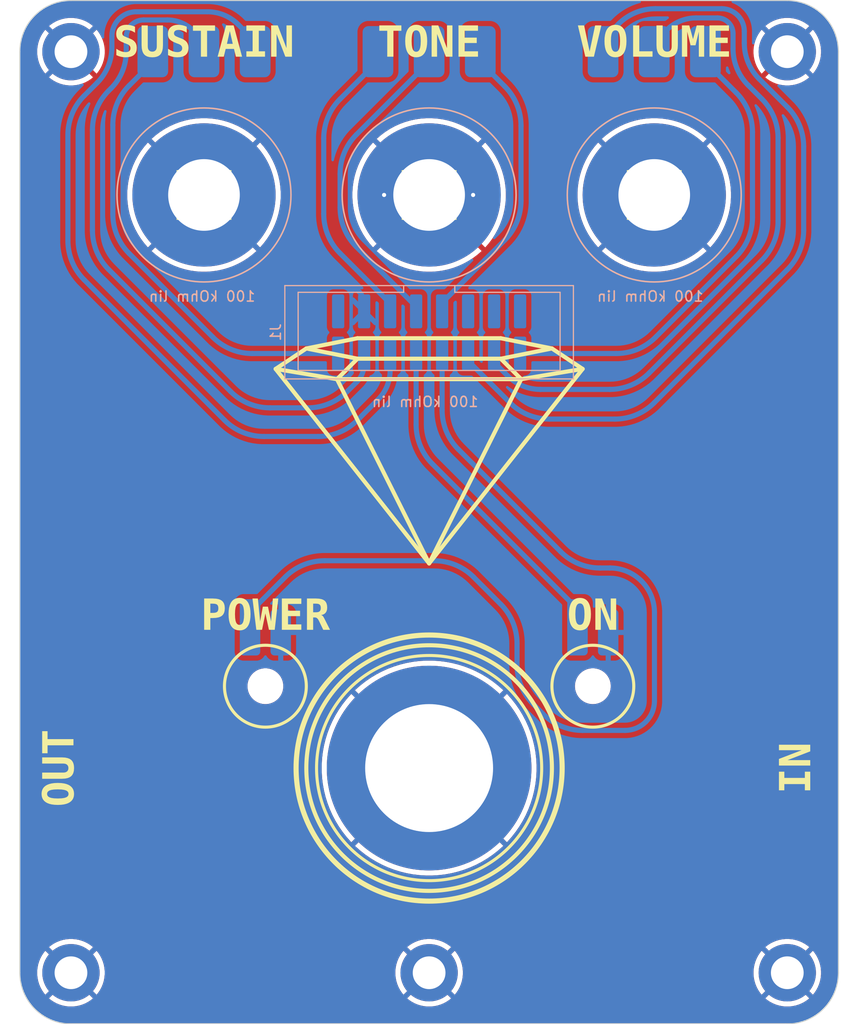
<source format=kicad_pcb>
(kicad_pcb (version 20241229) (generator "pcbnew") (generator_version "9.0")
  (layers (0 "F.Cu" signal) (2 "B.Cu" signal) (13 "F.Paste" user) (15 "B.Paste" user) (5 "F.SilkS" user "F.Silkscreen") (7 "B.SilkS" user "B.Silkscreen") (1 "F.Mask" user) (3 "B.Mask" user) (25 "Edge.Cuts" user))
  (net 0 "")
  (net 1 "0")
  (net 2 "Net-(J1B-Pin_5)")
  (net 4 "Net-(J1C-Pin_16)")
  (net 5 "Net-(J1A-Pin_6)")
  (net 6 "9V")
  (net 8 "Net-(J1A-Pin_2)")
  (net 9 "Net-(J1C-Pin_14)")
  (net 10 "Net-(J1C-Pin_12)")
  (net 11 "Net-(J1A-Pin_4)")
  (net 12 "Net-(D1-A)")
  (net 13 "Net-(J1B-Pin_9)")
  (net 14 "Net-(D2-A)")
  (net 15 "Net-(J1B-Pin_7)")
  (footprint "pedale:top_plate_pot" (layer "F.Cu") (at 90 69 180)
    (property "Reference" "RV2" (hide yes))
    (property "Value" "pot_gnd")
    (fp_line (start 2.62 -2.37) (end 2.62 2.37) (stroke (width 0.12)) (layer "F.SilkS"))
    (fp_line (start 2.06 -2.37) (end 2.62 -2.37) (stroke (width 0.12)) (layer "F.SilkS"))
    (fp_line (start 1.26 2.37) (end 2.62 2.37) (stroke (width 0.12)) (layer "F.SilkS"))
    (fp_line (start -0.24 -2.37) (end 0.24 -2.37) (stroke (width 0.12)) (layer "F.SilkS"))
    (fp_line (start -2.62 2.37) (end -1.26 2.37) (stroke (width 0.12)) (layer "F.SilkS"))
    (fp_line (start -2.62 -2.37) (end -2.06 -2.37) (stroke (width 0.12)) (layer "F.SilkS"))
    (fp_line (start -2.62 -2.37) (end -2.62 2.37) (stroke (width 0.12)) (layer "F.SilkS"))
    (fp_circle (center 0 0) (end 8.5 0) (stroke (width 0.15)) (fill no) (layer "B.SilkS"))
    (pad "1" smd roundrect (at -5 14 180) (size 3 5) (layers "B.Cu" "B.Mask" "B.Paste") (roundrect_rratio 0.1923076923) (net 13 "Net-(J1B-Pin_9)"))
    (pad "2" smd roundrect (at 0 14 180) (size 3 5) (layers "B.Cu" "B.Mask" "B.Paste") (roundrect_rratio 0.1923076923) (net 15 "Net-(J1B-Pin_7)"))
    (pad "3" smd roundrect (at 5 14 180) (size 3 5) (layers "B.Cu" "B.Mask" "B.Paste") (roundrect_rratio 0.1923076923) (net 2 "Net-(J1B-Pin_5)"))
    (pad "MH" thru_hole circle (at 0 0 180) (size 14 14) (drill 7) (layers "*.Cu" "*.Mask") (net 1 "0"))
  )
  (footprint "MountingHole:MountingHole_3.2mm_M3_DIN965_Pad_TopBottom" (layer "F.Cu") (at 55 145)
    (property "Reference" "H3" (hide yes))
    (property "Value" "MountingHole_Pad")
    (pad "1" thru_hole circle (at 0 0) (size 3.6 3.6) (drill 3.2) (layers "*.Cu" "*.Mask") (net 1 "0"))
    (pad "1" connect circle (at 0 0) (size 5.6 5.6) (layers "F.Cu" "F.Mask") (net 1 "0"))
    (pad "1" connect circle (at 0 0) (size 5.6 5.6) (layers "B.Cu" "B.Mask") (net 1 "0"))
  )
  (footprint "MountingHole:MountingHole_3.2mm_M3_DIN965_Pad_TopBottom" (layer "F.Cu") (at 125 145)
    (property "Reference" "H4" (hide yes))
    (property "Value" "MountingHole_Pad")
    (pad "1" thru_hole circle (at 0 0) (size 3.6 3.6) (drill 3.2) (layers "*.Cu" "*.Mask") (net 1 "0"))
    (pad "1" connect circle (at 0 0) (size 5.6 5.6) (layers "F.Cu" "F.Mask") (net 1 "0"))
    (pad "1" connect circle (at 0 0) (size 5.6 5.6) (layers "B.Cu" "B.Mask") (net 1 "0"))
  )
  (footprint "pedale:plated_switch_hole" (layer "F.Cu") (at 90 125)
    (property "Reference" "H8" (hide yes))
    (property "Value" "MountingHole_Pad")
    (pad "1" thru_hole circle (at 0 0) (size 20 20) (drill 12.5) (layers "*.Cu" "*.Mask") (net 1 "0"))
  )
  (footprint "MountingHole:MountingHole_3.2mm_M3_DIN965_Pad_TopBottom" (layer "F.Cu") (at 55 55)
    (property "Reference" "H1" (hide yes))
    (property "Value" "MountingHole_Pad")
    (pad "1" thru_hole circle (at 0 0) (size 3.6 3.6) (drill 3.2) (layers "*.Cu" "*.Mask") (net 1 "0"))
    (pad "1" connect circle (at 0 0) (size 5.6 5.6) (layers "F.Cu" "F.Mask") (net 1 "0"))
    (pad "1" connect circle (at 0 0) (size 5.6 5.6) (layers "B.Cu" "B.Mask") (net 1 "0"))
  )
  (footprint "pedale:top_plate_pot" (layer "F.Cu") (at 68 69 180)
    (property "Reference" "RV3" (hide yes))
    (property "Value" "pot_gnd")
    (fp_line (start 2.62 -2.37) (end 2.62 2.37) (stroke (width 0.12)) (layer "F.SilkS"))
    (fp_line (start 2.06 -2.37) (end 2.62 -2.37) (stroke (width 0.12)) (layer "F.SilkS"))
    (fp_line (start 1.26 2.37) (end 2.62 2.37) (stroke (width 0.12)) (layer "F.SilkS"))
    (fp_line (start -0.24 -2.37) (end 0.24 -2.37) (stroke (width 0.12)) (layer "F.SilkS"))
    (fp_line (start -2.62 2.37) (end -1.26 2.37) (stroke (width 0.12)) (layer "F.SilkS"))
    (fp_line (start -2.62 -2.37) (end -2.06 -2.37) (stroke (width 0.12)) (layer "F.SilkS"))
    (fp_line (start -2.62 -2.37) (end -2.62 2.37) (stroke (width 0.12)) (layer "F.SilkS"))
    (fp_circle (center 0 0) (end 8.5 0) (stroke (width 0.15)) (fill no) (layer "B.SilkS"))
    (pad "1" smd roundrect (at -5 14 180) (size 3 5) (layers "B.Cu" "B.Mask" "B.Paste") (roundrect_rratio 0.1923076923) (net 5 "Net-(J1A-Pin_6)"))
    (pad "2" smd roundrect (at 0 14 180) (size 3 5) (layers "B.Cu" "B.Mask" "B.Paste") (roundrect_rratio 0.1923076923) (net 11 "Net-(J1A-Pin_4)"))
    (pad "3" smd roundrect (at 5 14 180) (size 3 5) (layers "B.Cu" "B.Mask" "B.Paste") (roundrect_rratio 0.1923076923) (net 8 "Net-(J1A-Pin_2)"))
    (pad "MH" thru_hole circle (at 0 0 180) (size 14 14) (drill 7) (layers "*.Cu" "*.Mask") (net 1 "0"))
  )
  (footprint "pedale:red_led" (layer "F.Cu") (at 106 117 180)
    (property "Reference" "D1" (hide yes))
    (property "Value" "LED")
    (pad "" np_thru_hole circle (at 0 0 180) (size 3 3) (drill 3) (layers "*.Cu" "*.Mask"))
    (pad "1" smd roundrect (at -1.5 5.25 180) (size 2 4.5) (layers "B.Cu" "B.Mask" "B.Paste") (roundrect_rratio 0.1923076923) (net 1 "0"))
    (pad "2" smd roundrect (at 1.5 5.75 180) (size 2 5.5) (layers "B.Cu" "B.Mask" "B.Paste") (roundrect_rratio 0.1923076923) (net 12 "Net-(D1-A)"))
  )
  (footprint "MountingHole:MountingHole_3.2mm_M3_DIN965_Pad_TopBottom" (layer "F.Cu") (at 125 55)
    (property "Reference" "H2" (hide yes))
    (property "Value" "MountingHole_Pad")
    (pad "1" thru_hole circle (at 0 0) (size 3.6 3.6) (drill 3.2) (layers "*.Cu" "*.Mask") (net 1 "0"))
    (pad "1" connect circle (at 0 0) (size 5.6 5.6) (layers "F.Cu" "F.Mask") (net 1 "0"))
    (pad "1" connect circle (at 0 0) (size 5.6 5.6) (layers "B.Cu" "B.Mask") (net 1 "0"))
  )
  (footprint "pedale:green_led" (layer "F.Cu") (at 74 117 180)
    (property "Reference" "D2" (hide yes))
    (property "Value" "LED")
    (pad "" np_thru_hole circle (at 0 0 180) (size 3 3) (drill 3) (layers "*.Cu" "*.Mask"))
    (pad "1" smd roundrect (at -1.5 5.25 180) (size 2 4.5) (layers "B.Cu" "B.Mask" "B.Paste") (roundrect_rratio 0.1923076923) (net 1 "0"))
    (pad "2" smd roundrect (at 1.5 5.75 180) (size 2 5.5) (layers "B.Cu" "B.Mask" "B.Paste") (roundrect_rratio 0.1923076923) (net 14 "Net-(D2-A)"))
  )
  (footprint "pedale:top_plate_pot" (layer "F.Cu") (at 112 69 180)
    (property "Reference" "RV1" (hide yes))
    (property "Value" "pot_gnd")
    (fp_line (start 2.62 -2.37) (end 2.62 2.37) (stroke (width 0.12)) (layer "F.SilkS"))
    (fp_line (start 2.06 -2.37) (end 2.62 -2.37) (stroke (width 0.12)) (layer "F.SilkS"))
    (fp_line (start 1.26 2.37) (end 2.62 2.37) (stroke (width 0.12)) (layer "F.SilkS"))
    (fp_line (start -0.24 -2.37) (end 0.24 -2.37) (stroke (width 0.12)) (layer "F.SilkS"))
    (fp_line (start -2.62 2.37) (end -1.26 2.37) (stroke (width 0.12)) (layer "F.SilkS"))
    (fp_line (start -2.62 -2.37) (end -2.06 -2.37) (stroke (width 0.12)) (layer "F.SilkS"))
    (fp_line (start -2.62 -2.37) (end -2.62 2.37) (stroke (width 0.12)) (layer "F.SilkS"))
    (fp_circle (center 0 0) (end 8.5 0) (stroke (width 0.15)) (fill no) (layer "B.SilkS"))
    (pad "1" smd roundrect (at -5 14 180) (size 3 5) (layers "B.Cu" "B.Mask" "B.Paste") (roundrect_rratio 0.1923076923) (net 4 "Net-(J1C-Pin_16)"))
    (pad "2" smd roundrect (at 0 14 180) (size 3 5) (layers "B.Cu" "B.Mask" "B.Paste") (roundrect_rratio 0.1923076923) (net 9 "Net-(J1C-Pin_14)"))
    (pad "3" smd roundrect (at 5 14 180) (size 3 5) (layers "B.Cu" "B.Mask" "B.Paste") (roundrect_rratio 0.1923076923) (net 10 "Net-(J1C-Pin_12)"))
    (pad "MH" thru_hole circle (at 0 0 180) (size 14 14) (drill 7) (layers "*.Cu" "*.Mask") (net 1 "0"))
  )
  (footprint "MountingHole:MountingHole_3.2mm_M3_DIN965_Pad_TopBottom" (layer "F.Cu") (at 90 145)
    (property "Reference" "H11" (hide yes))
    (property "Value" "MountingHole_Pad")
    (pad "1" thru_hole circle (at 0 0) (size 3.6 3.6) (drill 3.2) (layers "*.Cu" "*.Mask") (net 1 "0"))
    (pad "1" connect circle (at 0 0) (size 5.6 5.6) (layers "F.Cu" "F.Mask") (net 1 "0"))
    (pad "1" connect circle (at 0 0) (size 5.6 5.6) (layers "B.Cu" "B.Mask") (net 1 "0"))
  )
  (footprint "pedale:IDC-Header_2x08_faux_SMD" (layer "B.Cu") (at 81.11 81.1475 -90)
    (property "Reference" "J1" (at 1.27 6.1 90) (layer "B.SilkS") (effects (justify mirror)))
    (property "Value" "top_panel_connector")
    (fp_line (start -3.29 5.21) (end 5.83 5.21) (stroke (width 0.12)) (layer "B.SilkS"))
    (fp_line (start 5.83 5.21) (end 5.83 -22.99) (stroke (width 0.12)) (layer "B.SilkS"))
    (fp_line (start -2.635 3.91) (end 5 3.91) (stroke (width 0.12)) (layer "B.SilkS"))
    (fp_line (start 5 3.91) (end 5 -21.69) (stroke (width 0.12)) (layer "B.SilkS"))
    (fp_line (start -3.29 -6.4) (end -2.635 -6.4) (stroke (width 0.12)) (layer "B.SilkS"))
    (fp_line (start -2.635 -6.4) (end -2.635 3.91) (stroke (width 0.12)) (layer "B.SilkS"))
    (fp_line (start -2.635 -11.4) (end -3.29 -11.4) (stroke (width 0.12)) (layer "B.SilkS"))
    (fp_line (start -2.635 -21.69) (end -2.635 -11.4) (stroke (width 0.12)) (layer "B.SilkS"))
    (fp_line (start 5 -21.69) (end -2.635 -21.69) (stroke (width 0.12)) (layer "B.SilkS"))
    (fp_line (start -3.29 -22.99) (end -3.29 5.21) (stroke (width 0.12)) (layer "B.SilkS"))
    (fp_line (start 5.83 -22.99) (end -3.29 -22.99) (stroke (width 0.12)) (layer "B.SilkS"))
    (pad "1" smd roundrect (at -0.2 0 270) (size 3.31 1.2) (drill (offset -0.575 0)) (layers "B.Cu" "B.Mask") (roundrect_rratio 0.147059) (net 6 "9V"))
    (pad "2" smd roundrect (at 3.345 0 270) (size 3.31 1.2) (layers "B.Cu" "B.Mask") (roundrect_rratio 0.1470588235) (net 8 "Net-(J1A-Pin_2)"))
    (pad "3" smd roundrect (at -0.775 -2.54 270) (size 3.31 1.2) (layers "B.Cu" "B.Mask") (roundrect_rratio 0.1470588235) (net 1 "0"))
    (pad "4" smd roundrect (at 3.345 -2.54 270) (size 3.31 1.2) (layers "B.Cu" "B.Mask") (roundrect_rratio 0.1470588235) (net 11 "Net-(J1A-Pin_4)"))
    (pad "5" smd roundrect (at -0.775 -5.08 270) (size 3.31 1.2) (layers "B.Cu" "B.Mask") (roundrect_rratio 0.1470588235) (net 2 "Net-(J1B-Pin_5)"))
    (pad "6" smd roundrect (at 3.345 -5.08 270) (size 3.31 1.2) (layers "B.Cu" "B.Mask") (roundrect_rratio 0.1470588235) (net 5 "Net-(J1A-Pin_6)"))
    (pad "7" smd roundrect (at -0.775 -7.62 270) (size 3.31 1.2) (layers "B.Cu" "B.Mask") (roundrect_rratio 0.1470588235) (net 15 "Net-(J1B-Pin_7)"))
    (pad "8" smd roundrect (at 3.345 -7.62 270) (size 3.31 1.2) (layers "B.Cu" "B.Mask") (roundrect_rratio 0.1470588235) (net 12 "Net-(D1-A)"))
    (pad "9" smd roundrect (at -0.775 -10.16 270) (size 3.31 1.2) (layers "B.Cu" "B.Mask") (roundrect_rratio 0.1470588235) (net 13 "Net-(J1B-Pin_9)"))
    (pad "10" smd roundrect (at 3.345 -10.16 270) (size 3.31 1.2) (layers "B.Cu" "B.Mask") (roundrect_rratio 0.1470588235) (net 14 "Net-(D2-A)"))
    (pad "11" smd roundrect (at -0.775 -12.7 270) (size 3.31 1.2) (layers "B.Cu" "B.Mask") (roundrect_rratio 0.1470588235))
    (pad "12" smd roundrect (at 3.345 -12.7 270) (size 3.31 1.2) (layers "B.Cu" "B.Mask") (roundrect_rratio 0.1470588235) (net 10 "Net-(J1C-Pin_12)"))
    (pad "13" smd roundrect (at -0.775 -15.24 270) (size 3.31 1.2) (layers "B.Cu" "B.Mask") (roundrect_rratio 0.1470588235))
    (pad "14" smd roundrect (at 3.345 -15.24 270) (size 3.31 1.2) (layers "B.Cu" "B.Mask") (roundrect_rratio 0.1470588235) (net 9 "Net-(J1C-Pin_14)"))
    (pad "15" smd roundrect (at -0.775 -17.78 270) (size 3.31 1.2) (layers "B.Cu" "B.Mask") (roundrect_rratio 0.1470588235))
    (pad "16" smd roundrect (at 3.345 -17.78 270) (size 3.31 1.2) (layers "B.Cu" "B.Mask") (roundrect_rratio 0.1470588235) (net 4 "Net-(J1C-Pin_16)"))
  )
  (gr_line (start 83 85) (end 97 85) (stroke (width 0.4)) (layer "F.SilkS"))
  (gr_line (start 105 86) (end 99 87) (stroke (width 0.4)) (layer "F.SilkS"))
  (gr_line (start 81 87) (end 99 87) (stroke (width 0.4)) (layer "F.SilkS"))
  (gr_circle (center 90 125) (end 103 125) (stroke (width 0.5)) (fill no) (layer "F.SilkS"))
  (gr_line (start 75 86) (end 81 87) (stroke (width 0.4)) (layer "F.SilkS"))
  (gr_line (start 105 86) (end 90 105) (stroke (width 0.4)) (layer "F.SilkS"))
  (gr_line (start 75 86) (end 90 105) (stroke (width 0.4)) (layer "F.SilkS"))
  (gr_line (start 81 87) (end 83 85) (stroke (width 0.4)) (layer "F.SilkS"))
  (gr_line (start 97 85) (end 102 84) (stroke (width 0.4)) (layer "F.SilkS"))
  (gr_line (start 97 85) (end 99 87) (stroke (width 0.4)) (layer "F.SilkS"))
  (gr_circle (center 74 117) (end 70 117) (stroke (width 0.3)) (fill no) (layer "F.SilkS"))
  (gr_line (start 97 83) (end 83 83) (stroke (width 0.4)) (layer "F.SilkS"))
  (gr_line (start 102 84) (end 97 83) (stroke (width 0.4)) (layer "F.SilkS"))
  (gr_circle (center 90 125) (end 102 125) (stroke (width 0.4)) (fill no) (layer "F.SilkS"))
  (gr_circle (center 90 125) (end 101 125) (stroke (width 0.3)) (fill no) (layer "F.SilkS"))
  (gr_line (start 78 84) (end 75 86) (stroke (width 0.4)) (layer "F.SilkS"))
  (gr_line (start 78 84) (end 83 83) (stroke (width 0.4)) (layer "F.SilkS"))
  (gr_line (start 90 105) (end 81 87) (stroke (width 0.4)) (layer "F.SilkS"))
  (gr_line (start 102 84) (end 105 86) (stroke (width 0.4)) (layer "F.SilkS"))
  (gr_circle (center 106 117) (end 110 117) (stroke (width 0.3)) (fill no) (layer "F.SilkS"))
  (gr_line (start 90 105) (end 99 87) (stroke (width 0.4)) (layer "F.SilkS"))
  (gr_line (start 83 85) (end 78 84) (stroke (width 0.4)) (layer "F.SilkS"))
  (gr_line (start 50 55) (end 50 145) (stroke (width 0.1)) (layer "Edge.Cuts"))
  (gr_arc (start 50 55) (mid 51.464467 51.464467) (end 55 50) (stroke (width 0.1)) (layer "Edge.Cuts"))
  (gr_arc (start 125 50) (mid 128.535533 51.464467) (end 130 55) (stroke (width 0.1)) (layer "Edge.Cuts"))
  (gr_line (start 55 150) (end 125 150) (stroke (width 0.1)) (layer "Edge.Cuts"))
  (gr_line (start 130 145) (end 130 55) (stroke (width 0.1)) (layer "Edge.Cuts"))
  (gr_arc (start 55 150) (mid 51.464467 148.535533) (end 50 145) (stroke (width 0.1)) (layer "Edge.Cuts"))
  (gr_line (start 125 50) (end 55 50) (stroke (width 0.1)) (layer "Edge.Cuts"))
  (gr_arc (start 130 145) (mid 128.535533 148.535533) (end 125 150) (stroke (width 0.1)) (layer "Edge.Cuts"))
  (gr_text "SUSTAIN" (at 68 56 0) (layer "F.SilkS") (effects (font (size 3 3) (thickness 0.15) (bold yes)) (justify bottom)))
  (gr_text "IN" (at 126 125 90) (layer "F.SilkS") (effects (font (size 3 3) (thickness 0.15) (bold yes))))
  (gr_text "POWER\n" (at 74 112 0) (layer "F.SilkS") (effects (font (size 3 3) (thickness 0.15) (bold yes)) (justify bottom)))
  (gr_text "OUT\n" (at 54 125 90) (layer "F.SilkS") (effects (font (size 3 3) (thickness 0.15) (bold yes))))
  (gr_text "TONE" (at 90 56 0) (layer "F.SilkS") (effects (font (size 3 3) (thickness 0.15) (bold yes)) (justify bottom)))
  (gr_text "ON\n" (at 106 112 0) (layer "F.SilkS") (effects (font (size 3 3) (thickness 0.15) (bold yes)) (justify bottom)))
  (gr_text "VOLUME" (at 112 56 0) (layer "F.SilkS") (effects (font (size 3 3) (thickness 0.15) (bold yes)) (justify bottom)))
  (gr_text "100 kOhm lin" (at 94.9 89.8 0) (layer "B.SilkS") (effects (font (size 1 1)) (justify left bottom mirror)))
  (gr_text "100 kOhm lin" (at 116.9 79.5 0) (layer "B.SilkS") (effects (font (size 1 1)) (justify left bottom mirror)))
  (gr_text "100 kOhm lin" (at 73.1 79.5 0) (layer "B.SilkS") (effects (font (size 1 1)) (justify left bottom mirror)))
  (via (at 85.6 69) (size 0.8) (drill 0.4) (layers "F.Cu" "B.Cu") (net 1))
  (via (at 94.3 69) (size 0.8) (drill 0.4) (layers "F.Cu" "B.Cu") (net 1))
  (segment (start 83.65 79.66125) (end 83.65 80.3725) (width 0.5) (layer "B.Cu") (net 1))
  (segment (start 83.14707 78.44707) (end 82.2 77.5) (width 0.5) (layer "B.Cu") (net 1))
  (arc (start 83.14707 78.44707) (mid 83.519292 79.00414) (end 83.65 79.66125) (width 0.5) (layer "B.Cu") (net 1))
  (segment (start 86.19 79.98125) (end 86.19 80.3725) (width 0.5) (layer "B.Cu") (net 2))
  (segment (start 79.7 63.483963) (end 79.7 70.846036) (width 0.5) (layer "B.Cu") (net 2))
  (segment (start 85.913344 79.313344) (end 81.293792 74.693792) (width 0.5) (layer "B.Cu") (net 2))
  (segment (start 84.671195 56.258804) (end 81.293792 59.636207) (width 0.5) (layer "B.Cu") (net 2))
  (segment (start 85 55.465) (end 85 55) (width 0.5) (layer "B.Cu") (net 2))
  (arc (start 85 55.465) (mid 84.914546 55.894603) (end 84.671195 56.258804) (width 0.5) (layer "B.Cu") (net 2))
  (arc (start 79.7 70.846036) (mid 80.114213 72.928426) (end 81.293792 74.693792) (width 0.5) (layer "B.Cu") (net 2))
  (arc (start 81.293792 59.636207) (mid 80.114213 61.401572) (end 79.7 63.483963) (width 0.5) (layer "B.Cu") (net 2))
  (arc (start 85.913344 79.313344) (mid 86.118099 79.619782) (end 86.19 79.98125) (width 0.5) (layer "B.Cu") (net 2))
  (segment (start 120.006207 59.006207) (end 117.353553 56.353553) (width 0.5) (layer "B.Cu") (net 4))
  (segment (start 117 55.5) (end 117 55) (width 0.5) (layer "B.Cu") (net 4))
  (segment (start 112.131292 82.898707) (end 120.006207 75.023792) (width 0.5) (layer "B.Cu") (net 4))
  (segment (start 121.6 71.176036) (end 121.6 62.853963) (width 0.5) (layer "B.Cu") (net 4))
  (segment (start 108.283536 84.4925) (end 98.89 84.4925) (width 0.5) (layer "B.Cu") (net 4))
  (arc (start 120.006207 59.006207) (mid 121.185786 60.771572) (end 121.6 62.853963) (width 0.5) (layer "B.Cu") (net 4))
  (arc (start 121.6 71.176036) (mid 121.185786 73.258426) (end 120.006207 75.023792) (width 0.5) (layer "B.Cu") (net 4))
  (arc (start 117 55.5) (mid 117.091885 55.961939) (end 117.353553 56.353553) (width 0.5) (layer "B.Cu") (net 4))
  (arc (start 112.131292 82.898707) (mid 110.365926 84.078286) (end 108.283536 84.4925) (width 0.5) (layer "B.Cu") (net 4))
  (segment (start 82.993792 91.006207) (end 85.017086 88.982913) (width 0.5) (layer "B.Cu") (net 5))
  (segment (start 70.006207 91.006207) (end 56.293792 77.293792) (width 0.5) (layer "B.Cu") (net 5))
  (segment (start 72.6 54.317157) (end 72.6 54.1) (width 0.5) (layer "B.Cu") (net 5))
  (segment (start 59 54.55) (end 59 53.489949) (width 0.5) (layer "B.Cu") (net 5))
  (segment (start 54.7 63.153963) (end 54.7 73.446036) (width 0.5) (layer "B.Cu") (net 5))
  (segment (start 72.8 54.8) (end 73 55) (width 0.5) (layer "B.Cu") (net 5))
  (segment (start 86.19 86.15125) (end 86.19 84.4925) (width 0.5) (layer "B.Cu") (net 5))
  (segment (start 71.35 52.35) (end 72.246446 53.246446) (width 0.5) (layer "B.Cu") (net 5))
  (segment (start 56.293792 59.306206) (end 57.550431 58.049568) (width 0.5) (layer "B.Cu") (net 5))
  (segment (start 79.146036 92.6) (end 73.853963 92.6) (width 0.5) (layer "B.Cu") (net 5))
  (segment (start 68.332233 51.1) (end 61.389949 51.1) (width 0.5) (layer "B.Cu") (net 5))
  (arc (start 56.293792 59.306206) (mid 55.114213 61.071572) (end 54.7 63.153963) (width 0.5) (layer "B.Cu") (net 5))
  (arc (start 71.35 52.35) (mid 69.965436 51.424864) (end 68.332233 51.1) (width 0.5) (layer "B.Cu") (net 5))
  (arc (start 59.7 51.8) (mid 59.181924 52.575355) (end 59 53.489949) (width 0.5) (layer "B.Cu") (net 5))
  (arc (start 72.6 54.317157) (mid 72.651978 54.578469) (end 72.8 54.8) (width 0.5) (layer "B.Cu") (net 5))
  (arc (start 70.006207 91.006207) (mid 71.771572 92.185786) (end 73.853963 92.6) (width 0.5) (layer "B.Cu") (net 5))
  (arc (start 82.993792 91.006207) (mid 81.228426 92.185786) (end 79.146036 92.6) (width 0.5) (layer "B.Cu") (net 5))
  (arc (start 86.19 86.15125) (mid 85.885169 87.683735) (end 85.017086 88.982913) (width 0.5) (layer "B.Cu") (net 5))
  (arc (start 54.7 73.446036) (mid 55.114213 75.528426) (end 56.293792 77.293792) (width 0.5) (layer "B.Cu") (net 5))
  (arc (start 59 54.55) (mid 58.623269 56.443952) (end 57.550431 58.049568) (width 0.5) (layer "B.Cu") (net 5))
  (arc (start 72.246446 53.246446) (mid 72.508114 53.63806) (end 72.6 54.1) (width 0.5) (layer "B.Cu") (net 5))
  (arc (start 61.389949 51.1) (mid 60.475355 51.281924) (end 59.7 51.8) (width 0.5) (layer "B.Cu") (net 5))
  (segment (start 63 55.5) (end 63 55) (width 0.5) (layer "B.Cu") (net 8))
  (segment (start 72.716463 84.4925) (end 81.11 84.4925) (width 0.5) (layer "B.Cu") (net 8))
  (segment (start 68.868707 82.898707) (end 60.683792 74.713792) (width 0.5) (layer "B.Cu") (net 8))
  (segment (start 62.646446 56.353553) (end 60.683792 58.316207) (width 0.5) (layer "B.Cu") (net 8))
  (segment (start 59.09 70.866036) (end 59.09 62.163963) (width 0.5) (layer "B.Cu") (net 8))
  (arc (start 60.683792 58.316207) (mid 59.504213 60.081572) (end 59.09 62.163963) (width 0.5) (layer "B.Cu") (net 8))
  (arc (start 68.868707 82.898707) (mid 70.634072 84.078286) (end 72.716463 84.4925) (width 0.5) (layer "B.Cu") (net 8))
  (arc (start 59.09 70.866036) (mid 59.504213 72.948426) (end 60.683792 74.713792) (width 0.5) (layer "B.Cu") (net 8))
  (arc (start 63 55.5) (mid 62.908114 55.961939) (end 62.646446 56.353553) (width 0.5) (layer "B.Cu") (net 8))
  (segment (start 96.35 84.92125) (end 96.35 84.4925) (width 0.5) (layer "B.Cu") (net 9))
  (segment (start 119.7 54.7) (end 119.7 53.236396) (width 0.5) (layer "B.Cu") (net 9))
  (segment (start 124.1 63.453963) (end 124.1 71.546036) (width 0.5) (layer "B.Cu") (net 9))
  (segment (start 96.653172 85.653172) (end 97.675 86.675) (width 0.5) (layer "B.Cu") (net 9))
  (segment (start 111.493792 86.406207) (end 122.506207 75.393792) (width 0.5) (layer "B.Cu") (net 9))
  (segment (start 113.199999 52.899999) (end 112.318198 53.781801) (width 0.5) (layer "B.Cu") (net 9))
  (segment (start 122.506207 59.606207) (end 121.184924 58.284924) (width 0.5) (layer "B.Cu") (net 9))
  (segment (start 116.097056 51.7) (end 118.163603 51.7) (width 0.5) (layer "B.Cu") (net 9))
  (segment (start 112 54.55) (end 112 55) (width 0.5) (layer "B.Cu") (net 9))
  (segment (start 107.646036 88) (end 100.873832 88) (width 0.5) (layer "B.Cu") (net 9))
  (arc (start 97.675 86.675) (mid 99.142636 87.655643) (end 100.873832 88) (width 0.5) (layer "B.Cu") (net 9))
  (arc (start 119.25 52.15) (mid 118.751556 51.816951) (end 118.163603 51.7) (width 0.5) (layer "B.Cu") (net 9))
  (arc (start 111.493792 86.406207) (mid 109.728426 87.585786) (end 107.646036 88) (width 0.5) (layer "B.Cu") (net 9))
  (arc (start 122.506207 59.606207) (mid 123.685786 61.371572) (end 124.1 63.453963) (width 0.5) (layer "B.Cu") (net 9))
  (arc (start 119.25 52.15) (mid 119.583048 52.648442) (end 119.7 53.236396) (width 0.5) (layer "B.Cu") (net 9))
  (arc (start 124.1 71.546036) (mid 123.685786 73.628426) (end 122.506207 75.393792) (width 0.5) (layer "B.Cu") (net 9))
  (arc (start 116.097056 51.7) (mid 114.52918 52.011869) (end 113.199999 52.899999) (width 0.5) (layer "B.Cu") (net 9))
  (arc (start 112.318198 53.781801) (mid 112.082696 54.134253) (end 112 54.55) (width 0.5) (layer "B.Cu") (net 9))
  (arc (start 119.7 54.7) (mid 120.085919 56.640146) (end 121.184924 58.284924) (width 0.5) (layer "B.Cu") (net 9))
  (arc (start 96.35 84.92125) (mid 96.428791 85.317363) (end 96.653172 85.653172) (width 0.5) (layer "B.Cu") (net 9))
  (segment (start 101.753963 90.9) (end 108.146036 90.9) (width 0.5) (layer "B.Cu") (net 10))
  (segment (start 93.81 84.85125) (end 93.81 84.4925) (width 0.5) (layer "B.Cu") (net 10))
  (segment (start 125.006207 60.414843) (end 122.252622 57.661258) (width 0.5) (layer "B.Cu") (net 10))
  (segment (start 118.580761 50.8) (end 112.12132 50.8) (width 0.5) (layer "B.Cu") (net 10))
  (segment (start 126.6 72.446036) (end 126.6 64.262599) (width 0.5) (layer "B.Cu") (net 10))
  (segment (start 111.993792 89.306207) (end 125.006207 76.293792) (width 0.5) (layer "B.Cu") (net 10))
  (segment (start 107.424264 53.375735) (end 108.5 52.3) (width 0.5) (layer "B.Cu") (net 10))
  (segment (start 120.8 53.019238) (end 120.8 54.154318) (width 0.5) (layer "B.Cu") (net 10))
  (segment (start 97.906207 89.306207) (end 94.063674 85.463674) (width 0.5) (layer "B.Cu") (net 10))
  (segment (start 107 54.4) (end 107 55) (width 0.5) (layer "B.Cu") (net 10))
  (arc (start 120.8 54.154318) (mid 121.177524 56.05226) (end 122.252622 57.661258) (width 0.5) (layer "B.Cu") (net 10))
  (arc (start 93.81 84.85125) (mid 93.875927 85.182691) (end 94.063674 85.463674) (width 0.5) (layer "B.Cu") (net 10))
  (arc (start 120.15 51.45) (mid 119.430027 50.968929) (end 118.580761 50.8) (width 0.5) (layer "B.Cu") (net 10))
  (arc (start 97.906207 89.306207) (mid 99.671572 90.485786) (end 101.753963 90.9) (width 0.5) (layer "B.Cu") (net 10))
  (arc (start 112.12132 50.8) (mid 110.161475 51.189837) (end 108.5 52.3) (width 0.5) (layer "B.Cu") (net 10))
  (arc (start 111.993792 89.306207) (mid 110.228426 90.485786) (end 108.146036 90.9) (width 0.5) (layer "B.Cu") (net 10))
  (arc (start 126.6 72.446036) (mid 126.185786 74.528426) (end 125.006207 76.293792) (width 0.5) (layer "B.Cu") (net 10))
  (arc (start 120.15 51.45) (mid 120.63107 52.169972) (end 120.8 53.019238) (width 0.5) (layer "B.Cu") (net 10))
  (arc (start 125.006207 60.414843) (mid 126.185786 62.180208) (end 126.6 64.262599) (width 0.5) (layer "B.Cu") (net 10))
  (arc (start 107.424264 53.375735) (mid 107.110262 53.845672) (end 107 54.4) (width 0.5) (layer "B.Cu") (net 10))
  (segment (start 57.1 72.446036) (end 57.1 62.653963) (width 0.5) (layer "B.Cu") (net 11))
  (segment (start 58.693792 58.806206) (end 58.915075 58.584924) (width 0.5) (layer "B.Cu") (net 11))
  (segment (start 74.453963 89.8) (end 78.146036 89.8) (width 0.5) (layer "B.Cu") (net 11))
  (segment (start 82.922563 87.277435) (end 81.993792 88.206207) (width 0.5) (layer "B.Cu") (net 11))
  (segment (start 67.646446 53.646446) (end 66.95 52.95) (width 0.5) (layer "B.Cu") (net 11))
  (segment (start 83.65 85.52125) (end 83.65 84.4925) (width 0.5) (layer "B.Cu") (net 11))
  (segment (start 60.4 55) (end 60.4 53.607106) (width 0.5) (layer "B.Cu") (net 11))
  (segment (start 68 54.5) (end 68 55) (width 0.5) (layer "B.Cu") (net 11))
  (segment (start 58.693792 76.293792) (end 70.606207 88.206207) (width 0.5) (layer "B.Cu") (net 11))
  (segment (start 64.415075 51.9) (end 62.107106 51.9) (width 0.5) (layer "B.Cu") (net 11))
  (arc (start 67.646446 53.646446) (mid 67.908114 54.03806) (end 68 54.5) (width 0.5) (layer "B.Cu") (net 11))
  (arc (start 70.606207 88.206207) (mid 72.371572 89.385786) (end 74.453963 89.8) (width 0.5) (layer "B.Cu") (net 11))
  (arc (start 57.1 72.446036) (mid 57.514213 74.528426) (end 58.693792 76.293792) (width 0.5) (layer "B.Cu") (net 11))
  (arc (start 81.993792 88.206207) (mid 80.228426 89.385786) (end 78.146036 89.8) (width 0.5) (layer "B.Cu") (net 11))
  (arc (start 62.107106 51.9) (mid 61.453825 52.029945) (end 60.9 52.4) (width 0.5) (layer "B.Cu") (net 11))
  (arc (start 66.95 52.95) (mid 65.786966 52.172886) (end 64.415075 51.9) (width 0.5) (layer "B.Cu") (net 11))
  (arc (start 60.9 52.4) (mid 60.529945 52.953825) (end 60.4 53.607106) (width 0.5) (layer "B.Cu") (net 11))
  (arc (start 83.65 85.52125) (mid 83.460945 86.47169) (end 82.922563 87.277435) (width 0.5) (layer "B.Cu") (net 11))
  (arc (start 58.693792 58.806206) (mid 57.514213 60.571572) (end 57.1 62.653963) (width 0.5) (layer "B.Cu") (net 11))
  (arc (start 60.4 55) (mid 60.01408 56.940146) (end 58.915075 58.584924) (width 0.5) (layer "B.Cu") (net 11))
  (segment (start 88.73 91.436036) (end 88.73 84.4925) (width 0.5) (layer "B.Cu") (net 12))
  (segment (start 90.323792 95.283792) (end 103.867139 108.827139) (width 0.5) (layer "B.Cu") (net 12))
  (segment (start 104.5 110.355) (end 104.5 111.25) (width 0.5) (layer "B.Cu") (net 12))
  (arc (start 103.867139 108.827139) (mid 104.335524 109.528127) (end 104.5 110.355) (width 0.5) (layer "B.Cu") (net 12))
  (arc (start 88.73 91.436036) (mid 89.144213 93.518426) (end 90.323792 95.283792) (width 0.5) (layer "B.Cu") (net 12))
  (segment (start 95.353553 56.353553) (end 97.386207 58.386207) (width 0.5) (layer "B.Cu") (net 13))
  (segment (start 97.386207 73.413792) (end 91.567868 79.232131) (width 0.5) (layer "B.Cu") (net 13))
  (segment (start 95 55.5) (end 95 55) (width 0.5) (layer "B.Cu") (net 13))
  (segment (start 91.27 79.95125) (end 91.27 80.3725) (width 0.5) (layer "B.Cu") (net 13))
  (segment (start 98.98 62.233963) (end 98.98 69.566036) (width 0.5) (layer "B.Cu") (net 13))
  (arc (start 91.567868 79.232131) (mid 91.347413 79.562065) (end 91.27 79.95125) (width 0.5) (layer "B.Cu") (net 13))
  (arc (start 97.386207 58.386207) (mid 98.565786 60.151572) (end 98.98 62.233963) (width 0.5) (layer "B.Cu") (net 13))
  (arc (start 98.98 69.566036) (mid 98.565786 71.648426) (end 97.386207 73.413792) (width 0.5) (layer "B.Cu") (net 13))
  (arc (start 95 55.5) (mid 95.091885 55.961939) (end 95.353553 56.353553) (width 0.5) (layer "B.Cu") (net 13))
  (segment (start 98.59 112.833963) (end 98.59 114.916036) (width 0.5) (layer "B.Cu") (net 14))
  (segment (start 101.146207 119.726207) (end 100.183792 118.763792) (width 0.5) (layer "B.Cu") (net 14))
  (segment (start 94.343792 106.333792) (end 96.996207 108.986207) (width 0.5) (layer "B.Cu") (net 14))
  (segment (start 107.666877 105.45) (end 106.703963 105.45) (width 0.5) (layer "B.Cu") (net 14))
  (segment (start 109.134989 121.32) (end 104.993963 121.32) (width 0.5) (layer "B.Cu") (net 14))
  (segment (start 91.27 90.016036) (end 91.27 84.4925) (width 0.5) (layer "B.Cu") (net 14))
  (segment (start 92.863792 93.863792) (end 102.856207 103.856207) (width 0.5) (layer "B.Cu") (net 14))
  (segment (start 72.5 110.51) (end 72.5 111.25) (width 0.5) (layer "B.Cu") (net 14))
  (segment (start 112.02 109.803122) (end 112.02 118.434989) (width 0.5) (layer "B.Cu") (net 14))
  (segment (start 75.936207 106.333792) (end 73.023259 109.24674) (width 0.5) (layer "B.Cu") (net 14))
  (segment (start 90.496036 104.74) (end 79.783963 104.74) (width 0.5) (layer "B.Cu") (net 14))
  (arc (start 112.02 118.434989) (mid 111.800391 119.539035) (end 111.175 120.475) (width 0.5) (layer "B.Cu") (net 14))
  (arc (start 110.745 106.725) (mid 109.332745 105.781361) (end 107.666877 105.45) (width 0.5) (layer "B.Cu") (net 14))
  (arc (start 79.783963 104.74) (mid 77.701572 105.154213) (end 75.936207 106.333792) (width 0.5) (layer "B.Cu") (net 14))
  (arc (start 94.343792 106.333792) (mid 92.578426 105.154213) (end 90.496036 104.74) (width 0.5) (layer "B.Cu") (net 14))
  (arc (start 73.023259 109.24674) (mid 72.63599 109.826328) (end 72.5 110.51) (width 0.5) (layer "B.Cu") (net 14))
  (arc (start 110.745 106.725) (mid 111.688638 108.137254) (end 112.02 109.803122) (width 0.5) (layer "B.Cu") (net 14))
  (arc (start 91.27 90.016036) (mid 91.684213 92.098426) (end 92.863792 93.863792) (width 0.5) (layer "B.Cu") (net 14))
  (arc (start 96.996207 108.986207) (mid 98.175786 110.751572) (end 98.59 112.833963) (width 0.5) (layer "B.Cu") (net 14))
  (arc (start 98.59 114.916036) (mid 99.004213 116.998426) (end 100.183792 118.763792) (width 0.5) (layer "B.Cu") (net 14))
  (arc (start 111.175 120.475) (mid 110.239035 121.100391) (end 109.134989 121.32) (width 0.5) (layer "B.Cu") (net 14))
  (arc (start 102.856207 103.856207) (mid 104.621572 105.035786) (end 106.703963 105.45) (width 0.5) (layer "B.Cu") (net 14))
  (arc (start 101.146207 119.726207) (mid 102.911572 120.905786) (end 104.993963 121.32) (width 0.5) (layer "B.Cu") (net 14))
  (segment (start 90 55.5) (end 90 55) (width 0.5) (layer "B.Cu") (net 15))
  (segment (start 81.3 66.953963) (end 81.3 70.225244) (width 0.5) (layer "B.Cu") (net 15))
  (segment (start 88.73 80.140854) (end 88.73 80.3725) (width 0.5) (layer "B.Cu") (net 15))
  (segment (start 89.646446 56.353553) (end 82.893792 63.106207) (width 0.5) (layer "B.Cu") (net 15))
  (segment (start 82.893792 74.073) (end 88.566201 79.745409) (width 0.5) (layer "B.Cu") (net 15))
  (arc (start 81.3 70.225244) (mid 81.714213 72.307634) (end 82.893792 74.073) (width 0.5) (layer "B.Cu") (net 15))
  (arc (start 82.893792 63.106207) (mid 81.714213 64.871572) (end 81.3 66.953963) (width 0.5) (layer "B.Cu") (net 15))
  (arc (start 88.566201 79.745409) (mid 88.68743 79.92684) (end 88.73 80.140854) (width 0.5) (layer "B.Cu") (net 15))
  (arc (start 90 55.5) (mid 89.908114 55.961939) (end 89.646446 56.353553) (width 0.5) (layer "B.Cu") (net 15))
  (zone (net 1) (net_name "0") (layers "F.Cu" "B.Cu") (connect_pads (clearance 0.5)) (min_thickness 0.25) (fill yes (thermal_gap 0.5) (thermal_bridge_width 0.5) (island_removal_mode 1) (island_area_min 10))
    (polygon (pts (xy 49.98 50) (xy 130 50) (xy 130 149.93) (xy 49.98 149.93)))
  )
)
</source>
